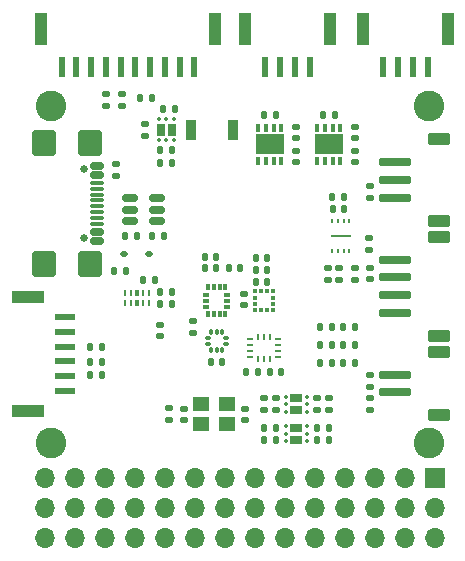
<source format=gbr>
%TF.GenerationSoftware,KiCad,Pcbnew,9.0.1*%
%TF.CreationDate,2025-04-15T01:41:33+09:00*%
%TF.ProjectId,STM32-FC_v2,53544d33-322d-4464-935f-76322e6b6963,rev?*%
%TF.SameCoordinates,Original*%
%TF.FileFunction,Soldermask,Top*%
%TF.FilePolarity,Negative*%
%FSLAX46Y46*%
G04 Gerber Fmt 4.6, Leading zero omitted, Abs format (unit mm)*
G04 Created by KiCad (PCBNEW 9.0.1) date 2025-04-15 01:41:33*
%MOMM*%
%LPD*%
G01*
G04 APERTURE LIST*
G04 Aperture macros list*
%AMRoundRect*
0 Rectangle with rounded corners*
0 $1 Rounding radius*
0 $2 $3 $4 $5 $6 $7 $8 $9 X,Y pos of 4 corners*
0 Add a 4 corners polygon primitive as box body*
4,1,4,$2,$3,$4,$5,$6,$7,$8,$9,$2,$3,0*
0 Add four circle primitives for the rounded corners*
1,1,$1+$1,$2,$3*
1,1,$1+$1,$4,$5*
1,1,$1+$1,$6,$7*
1,1,$1+$1,$8,$9*
0 Add four rect primitives between the rounded corners*
20,1,$1+$1,$2,$3,$4,$5,0*
20,1,$1+$1,$4,$5,$6,$7,0*
20,1,$1+$1,$6,$7,$8,$9,0*
20,1,$1+$1,$8,$9,$2,$3,0*%
G04 Aperture macros list end*
%ADD10RoundRect,0.135000X0.135000X0.185000X-0.135000X0.185000X-0.135000X-0.185000X0.135000X-0.185000X0*%
%ADD11RoundRect,0.135000X-0.185000X0.135000X-0.185000X-0.135000X0.185000X-0.135000X0.185000X0.135000X0*%
%ADD12RoundRect,0.087500X0.125000X0.087500X-0.125000X0.087500X-0.125000X-0.087500X0.125000X-0.087500X0*%
%ADD13RoundRect,0.087500X0.087500X0.125000X-0.087500X0.125000X-0.087500X-0.125000X0.087500X-0.125000X0*%
%ADD14RoundRect,0.135000X-0.135000X-0.185000X0.135000X-0.185000X0.135000X0.185000X-0.135000X0.185000X0*%
%ADD15RoundRect,0.135000X0.185000X-0.135000X0.185000X0.135000X-0.185000X0.135000X-0.185000X-0.135000X0*%
%ADD16R,0.300000X0.600000*%
%ADD17R,0.600000X0.300000*%
%ADD18RoundRect,0.147500X0.147500X0.172500X-0.147500X0.172500X-0.147500X-0.172500X0.147500X-0.172500X0*%
%ADD19RoundRect,0.030000X-0.070000X0.252500X-0.070000X-0.252500X0.070000X-0.252500X0.070000X0.252500X0*%
%ADD20RoundRect,0.060000X-0.140000X0.222500X-0.140000X-0.222500X0.140000X-0.222500X0.140000X0.222500X0*%
%ADD21R,2.800000X1.000000*%
%ADD22R,1.800000X0.600000*%
%ADD23R,0.304800X0.660400*%
%ADD24R,2.489200X1.701800*%
%ADD25C,2.600000*%
%ADD26RoundRect,0.140000X0.140000X0.170000X-0.140000X0.170000X-0.140000X-0.170000X0.140000X-0.170000X0*%
%ADD27RoundRect,0.140000X0.170000X-0.140000X0.170000X0.140000X-0.170000X0.140000X-0.170000X-0.140000X0*%
%ADD28RoundRect,0.140000X-0.140000X-0.170000X0.140000X-0.170000X0.140000X0.170000X-0.140000X0.170000X0*%
%ADD29R,0.254000X0.304800*%
%ADD30R,1.651000X0.254000*%
%ADD31RoundRect,0.140000X-0.170000X0.140000X-0.170000X-0.140000X0.170000X-0.140000X0.170000X0.140000X0*%
%ADD32RoundRect,0.150000X-0.512500X-0.150000X0.512500X-0.150000X0.512500X0.150000X-0.512500X0.150000X0*%
%ADD33RoundRect,0.075000X0.075000X0.100000X-0.075000X0.100000X-0.075000X-0.100000X0.075000X-0.100000X0*%
%ADD34RoundRect,0.180000X0.345000X0.180000X-0.345000X0.180000X-0.345000X-0.180000X0.345000X-0.180000X0*%
%ADD35RoundRect,0.175000X1.175000X-0.175000X1.175000X0.175000X-1.175000X0.175000X-1.175000X-0.175000X0*%
%ADD36RoundRect,0.250000X0.700000X-0.300000X0.700000X0.300000X-0.700000X0.300000X-0.700000X-0.300000X0*%
%ADD37R,1.000000X2.800000*%
%ADD38R,0.600000X1.800000*%
%ADD39RoundRect,0.075000X-0.100000X0.075000X-0.100000X-0.075000X0.100000X-0.075000X0.100000X0.075000X0*%
%ADD40RoundRect,0.180000X-0.180000X0.345000X-0.180000X-0.345000X0.180000X-0.345000X0.180000X0.345000X0*%
%ADD41R,0.400000X0.400000*%
%ADD42R,0.475000X0.250000*%
%ADD43R,0.250000X0.475000*%
%ADD44RoundRect,0.112500X0.187500X0.112500X-0.187500X0.112500X-0.187500X-0.112500X0.187500X-0.112500X0*%
%ADD45R,0.900000X1.800000*%
%ADD46R,1.400000X1.200000*%
%ADD47C,0.650000*%
%ADD48RoundRect,0.150000X-0.425000X0.150000X-0.425000X-0.150000X0.425000X-0.150000X0.425000X0.150000X0*%
%ADD49RoundRect,0.075000X-0.500000X0.075000X-0.500000X-0.075000X0.500000X-0.075000X0.500000X0.075000X0*%
%ADD50RoundRect,0.250000X-0.750000X0.840000X-0.750000X-0.840000X0.750000X-0.840000X0.750000X0.840000X0*%
%ADD51R,1.700000X1.700000*%
%ADD52O,1.700000X1.700000*%
G04 APERTURE END LIST*
D10*
%TO.C,R43*%
X127310000Y-97900000D03*
X126290000Y-97900000D03*
%TD*%
D11*
%TO.C,R9*%
X145500000Y-102240000D03*
X145500000Y-103260000D03*
%TD*%
D12*
%TO.C,U10*%
X137762500Y-97650000D03*
X137762500Y-97150000D03*
D13*
X137500000Y-96637500D03*
X137000000Y-96637500D03*
X136500000Y-96637500D03*
D12*
X136237500Y-97150000D03*
X136237500Y-97650000D03*
D13*
X136500000Y-98162500D03*
X137000000Y-98162500D03*
X137500000Y-98162500D03*
%TD*%
D10*
%TO.C,R15*%
X146510000Y-105750000D03*
X145490000Y-105750000D03*
%TD*%
%TO.C,R42*%
X127310000Y-99150000D03*
X126290000Y-99150000D03*
%TD*%
D14*
%TO.C,R41*%
X130490000Y-76800000D03*
X131510000Y-76800000D03*
%TD*%
%TO.C,R27*%
X146790000Y-85200000D03*
X147810000Y-85200000D03*
%TD*%
D15*
%TO.C,R23*%
X148700000Y-92210000D03*
X148700000Y-91190000D03*
%TD*%
D14*
%TO.C,R37*%
X130740000Y-92250000D03*
X131760000Y-92250000D03*
%TD*%
D16*
%TO.C,U8*%
X136250000Y-95150000D03*
X136750000Y-95150000D03*
X137250000Y-95150000D03*
X137750000Y-95150000D03*
D17*
X137900000Y-94500000D03*
X137900000Y-94000000D03*
X137900000Y-93500000D03*
D16*
X137750000Y-92850000D03*
X137250000Y-92850000D03*
X136750000Y-92850000D03*
X136250000Y-92850000D03*
D17*
X136100000Y-93500000D03*
X136100000Y-94000000D03*
X136100000Y-94500000D03*
%TD*%
D18*
%TO.C,D3*%
X146735000Y-97750000D03*
X145765000Y-97750000D03*
%TD*%
D19*
%TO.C,U11*%
X131250000Y-93332500D03*
X130750000Y-93332500D03*
D20*
X130250000Y-93332500D03*
D19*
X129750000Y-93332500D03*
X129250000Y-93332500D03*
X129250000Y-94167500D03*
X129750000Y-94167500D03*
D20*
X130250000Y-94167500D03*
D19*
X130750000Y-94167500D03*
X131250000Y-94167500D03*
%TD*%
D10*
%TO.C,R17*%
X142010000Y-105750000D03*
X140990000Y-105750000D03*
%TD*%
D21*
%TO.C,J10*%
X121000000Y-93650000D03*
X121000000Y-103350000D03*
D22*
X124200000Y-95375000D03*
X124200000Y-96625000D03*
X124200000Y-97875000D03*
X124200000Y-99125000D03*
X124200000Y-100375000D03*
X124200000Y-101625000D03*
%TD*%
D23*
%TO.C,U12*%
X140509400Y-82121600D03*
X141169800Y-82121600D03*
X141830200Y-82121600D03*
X142490600Y-82121600D03*
X142490600Y-79378400D03*
X141830200Y-79378400D03*
X141169800Y-79378400D03*
X140509400Y-79378400D03*
D24*
X141500000Y-80750000D03*
%TD*%
D25*
%TO.C,H1*%
X123000000Y-77500000D03*
%TD*%
%TO.C,H3*%
X123000000Y-106000000D03*
%TD*%
D18*
%TO.C,D4*%
X146735000Y-99250000D03*
X145765000Y-99250000D03*
%TD*%
D15*
%TO.C,R25*%
X146400000Y-92210000D03*
X146400000Y-91190000D03*
%TD*%
%TO.C,R12*%
X141000000Y-103260000D03*
X141000000Y-102240000D03*
%TD*%
%TO.C,R13*%
X128500000Y-83460000D03*
X128500000Y-82440000D03*
%TD*%
D26*
%TO.C,C20*%
X147780000Y-86200000D03*
X146820000Y-86200000D03*
%TD*%
D27*
%TO.C,C1*%
X139400000Y-104100000D03*
X139400000Y-103140000D03*
%TD*%
D28*
%TO.C,C29*%
X140320000Y-91400000D03*
X141280000Y-91400000D03*
%TD*%
D14*
%TO.C,R18*%
X145490000Y-104750000D03*
X146510000Y-104750000D03*
%TD*%
%TO.C,R5*%
X132490000Y-77750000D03*
X133510000Y-77750000D03*
%TD*%
D15*
%TO.C,R3*%
X133000000Y-104110000D03*
X133000000Y-103090000D03*
%TD*%
D25*
%TO.C,H4*%
X155000000Y-106000000D03*
%TD*%
D15*
%TO.C,R29*%
X150000000Y-103260000D03*
X150000000Y-102240000D03*
%TD*%
%TO.C,R30*%
X150000000Y-101260000D03*
X150000000Y-100240000D03*
%TD*%
D29*
%TO.C,U6*%
X148250189Y-87255400D03*
X147750063Y-87255400D03*
X147249937Y-87255400D03*
X146749811Y-87255400D03*
X146749811Y-89744600D03*
X147249937Y-89744600D03*
X147750063Y-89744600D03*
X148250189Y-89744600D03*
D30*
X147500000Y-88500000D03*
%TD*%
D14*
%TO.C,R7*%
X147740000Y-97750000D03*
X148760000Y-97750000D03*
%TD*%
%TO.C,R14*%
X129240000Y-88500000D03*
X130260000Y-88500000D03*
%TD*%
D15*
%TO.C,R24*%
X147400000Y-92210000D03*
X147400000Y-91190000D03*
%TD*%
D31*
%TO.C,C34*%
X148750000Y-81270000D03*
X148750000Y-82230000D03*
%TD*%
%TO.C,C5*%
X132200000Y-96020000D03*
X132200000Y-96980000D03*
%TD*%
D15*
%TO.C,R11*%
X146500000Y-103260000D03*
X146500000Y-102240000D03*
%TD*%
D32*
%TO.C,U2*%
X129662500Y-85325000D03*
X129662500Y-86275000D03*
X129662500Y-87225000D03*
X131937500Y-87225000D03*
X131937500Y-86275000D03*
X131937500Y-85325000D03*
%TD*%
D27*
%TO.C,C33*%
X143750000Y-80230000D03*
X143750000Y-79270000D03*
%TD*%
%TO.C,C31*%
X139300000Y-94380000D03*
X139300000Y-93420000D03*
%TD*%
D14*
%TO.C,R33*%
X132240000Y-82300000D03*
X133260000Y-82300000D03*
%TD*%
D15*
%TO.C,R26*%
X149900000Y-89710000D03*
X149900000Y-88690000D03*
%TD*%
%TO.C,R38*%
X127600000Y-77510000D03*
X127600000Y-76490000D03*
%TD*%
D28*
%TO.C,C27*%
X136520000Y-99200000D03*
X137480000Y-99200000D03*
%TD*%
D11*
%TO.C,R28*%
X135000000Y-95740000D03*
X135000000Y-96760000D03*
%TD*%
D33*
%TO.C,Q3*%
X144625000Y-105900000D03*
X144625000Y-105250000D03*
X144625000Y-104600000D03*
X142875000Y-104600000D03*
X142875000Y-105250000D03*
X142875000Y-105900000D03*
D34*
X143750000Y-105740000D03*
X143750000Y-104760000D03*
%TD*%
D35*
%TO.C,J5*%
X152100000Y-101750000D03*
X152100000Y-100250000D03*
D36*
X155800000Y-103700000D03*
X155800000Y-98300000D03*
%TD*%
D18*
%TO.C,D2*%
X146735000Y-96250000D03*
X145765000Y-96250000D03*
%TD*%
D37*
%TO.C,J9*%
X136850000Y-71000000D03*
X122150000Y-71000000D03*
D38*
X135125000Y-74200000D03*
X133875000Y-74200000D03*
X132625000Y-74200000D03*
X131375000Y-74200000D03*
X130125000Y-74200000D03*
X128875000Y-74200000D03*
X127625000Y-74200000D03*
X126375000Y-74200000D03*
X125125000Y-74200000D03*
X123875000Y-74200000D03*
%TD*%
D28*
%TO.C,C30*%
X140320000Y-90400000D03*
X141280000Y-90400000D03*
%TD*%
D15*
%TO.C,R39*%
X129000000Y-77510000D03*
X129000000Y-76490000D03*
%TD*%
D14*
%TO.C,R6*%
X147740000Y-96250000D03*
X148760000Y-96250000D03*
%TD*%
D31*
%TO.C,C35*%
X143750000Y-81270000D03*
X143750000Y-82230000D03*
%TD*%
D23*
%TO.C,U13*%
X145509400Y-82121600D03*
X146169800Y-82121600D03*
X146830200Y-82121600D03*
X147490600Y-82121600D03*
X147490600Y-79378400D03*
X146830200Y-79378400D03*
X146169800Y-79378400D03*
X145509400Y-79378400D03*
D24*
X146500000Y-80750000D03*
%TD*%
D39*
%TO.C,Q1*%
X133400000Y-78625000D03*
X132750000Y-78625000D03*
X132100000Y-78625000D03*
X132100000Y-80375000D03*
X132750000Y-80375000D03*
X133400000Y-80375000D03*
D40*
X133240000Y-79500000D03*
X132260000Y-79500000D03*
%TD*%
D26*
%TO.C,C25*%
X136980000Y-90250000D03*
X136020000Y-90250000D03*
%TD*%
D28*
%TO.C,C28*%
X140320000Y-92400000D03*
X141280000Y-92400000D03*
%TD*%
D14*
%TO.C,R48*%
X140990000Y-78250000D03*
X142010000Y-78250000D03*
%TD*%
D28*
%TO.C,C22*%
X139520000Y-100000000D03*
X140480000Y-100000000D03*
%TD*%
D15*
%TO.C,R36*%
X150000000Y-85260000D03*
X150000000Y-84240000D03*
%TD*%
D35*
%TO.C,J7*%
X152100000Y-95000000D03*
X152100000Y-93500000D03*
X152100000Y-92000000D03*
X152100000Y-90500000D03*
D36*
X155800000Y-96950000D03*
X155800000Y-88550000D03*
%TD*%
D41*
%TO.C,U9*%
X140250000Y-94800000D03*
X140750000Y-94800000D03*
X141250000Y-94800000D03*
X141750000Y-94800000D03*
X141750000Y-94250000D03*
X141750000Y-93750000D03*
X141750000Y-93200000D03*
X141250000Y-93200000D03*
X140750000Y-93200000D03*
X140250000Y-93200000D03*
X140250000Y-93750000D03*
X140250000Y-94250000D03*
%TD*%
D27*
%TO.C,C4*%
X134200000Y-104080000D03*
X134200000Y-103120000D03*
%TD*%
D33*
%TO.C,Q2*%
X144625000Y-103400000D03*
X144625000Y-102750000D03*
X144625000Y-102100000D03*
X142875000Y-102100000D03*
X142875000Y-102750000D03*
X142875000Y-103400000D03*
D34*
X143750000Y-103240000D03*
X143750000Y-102260000D03*
%TD*%
D10*
%TO.C,R34*%
X133250000Y-81250000D03*
X132230000Y-81250000D03*
%TD*%
D42*
%TO.C,U7*%
X139837000Y-97250000D03*
X139837000Y-97750000D03*
X139837000Y-98250000D03*
X139837000Y-98750000D03*
D43*
X140500000Y-98913000D03*
X141000000Y-98913000D03*
X141500000Y-98913000D03*
D42*
X142163000Y-98750000D03*
X142163000Y-98250000D03*
X142163000Y-97750000D03*
X142163000Y-97250000D03*
D43*
X141500000Y-97087000D03*
X141000000Y-97087000D03*
X140500000Y-97087000D03*
%TD*%
D44*
%TO.C,D5*%
X131300000Y-90000000D03*
X129200000Y-90000000D03*
%TD*%
D14*
%TO.C,R8*%
X147740000Y-99250000D03*
X148760000Y-99250000D03*
%TD*%
D27*
%TO.C,C21*%
X150000000Y-92180000D03*
X150000000Y-91220000D03*
%TD*%
%TO.C,C32*%
X148750000Y-80230000D03*
X148750000Y-79270000D03*
%TD*%
D28*
%TO.C,C24*%
X141520000Y-100000000D03*
X142480000Y-100000000D03*
%TD*%
D10*
%TO.C,R19*%
X132510000Y-88500000D03*
X131490000Y-88500000D03*
%TD*%
D45*
%TO.C,BZ1*%
X138370000Y-79500000D03*
X134870000Y-79500000D03*
%TD*%
D14*
%TO.C,R31*%
X132240000Y-93250000D03*
X133260000Y-93250000D03*
%TD*%
D37*
%TO.C,J15*%
X156600000Y-71000000D03*
X149400000Y-71000000D03*
D38*
X154875000Y-74200000D03*
X153625000Y-74200000D03*
X152375000Y-74200000D03*
X151125000Y-74200000D03*
%TD*%
D14*
%TO.C,R49*%
X145990000Y-78250000D03*
X147010000Y-78250000D03*
%TD*%
D35*
%TO.C,J8*%
X152100000Y-85250000D03*
X152100000Y-83750000D03*
X152100000Y-82250000D03*
D36*
X155800000Y-87200000D03*
X155800000Y-80300000D03*
%TD*%
D46*
%TO.C,Y1*%
X137900000Y-102750000D03*
X135700000Y-102750000D03*
X135700000Y-104450000D03*
X137900000Y-104450000D03*
%TD*%
D28*
%TO.C,C26*%
X138020000Y-91250000D03*
X138980000Y-91250000D03*
%TD*%
D10*
%TO.C,R40*%
X127310000Y-100300000D03*
X126290000Y-100300000D03*
%TD*%
D25*
%TO.C,H2*%
X155000000Y-77500000D03*
%TD*%
D47*
%TO.C,J2*%
X125810000Y-82860000D03*
X125810000Y-88640000D03*
D48*
X126885000Y-82550000D03*
X126885000Y-83350000D03*
D49*
X126885000Y-84500000D03*
X126885000Y-85500000D03*
X126885000Y-86000000D03*
X126885000Y-87000000D03*
D48*
X126885000Y-88150000D03*
X126885000Y-88950000D03*
X126885000Y-88950000D03*
X126885000Y-88150000D03*
D49*
X126885000Y-87500000D03*
X126885000Y-86500000D03*
X126885000Y-85000000D03*
X126885000Y-84000000D03*
D48*
X126885000Y-83350000D03*
X126885000Y-82550000D03*
D50*
X126310000Y-80640000D03*
X122380000Y-80640000D03*
X126310000Y-90860000D03*
X122380000Y-90860000D03*
%TD*%
D37*
%TO.C,J14*%
X146600000Y-71000000D03*
X139400000Y-71000000D03*
D38*
X144875000Y-74200000D03*
X143625000Y-74200000D03*
X142375000Y-74200000D03*
X141125000Y-74200000D03*
%TD*%
D14*
%TO.C,R32*%
X132240000Y-94250000D03*
X133260000Y-94250000D03*
%TD*%
D26*
%TO.C,C23*%
X136980000Y-91250000D03*
X136020000Y-91250000D03*
%TD*%
D11*
%TO.C,R10*%
X142000000Y-102240000D03*
X142000000Y-103260000D03*
%TD*%
D15*
%TO.C,R35*%
X130900000Y-80010000D03*
X130900000Y-78990000D03*
%TD*%
D10*
%TO.C,R1*%
X129310000Y-91500000D03*
X128290000Y-91500000D03*
%TD*%
D14*
%TO.C,R16*%
X140990000Y-104750000D03*
X142010000Y-104750000D03*
%TD*%
D51*
%TO.C,J6*%
X155510000Y-108960000D03*
D52*
X152970000Y-108960000D03*
X150430000Y-108960000D03*
X147890000Y-108960000D03*
X145350000Y-108960000D03*
X142810000Y-108960000D03*
X140270000Y-108960000D03*
X137730000Y-108960000D03*
X135190000Y-108960000D03*
X132650000Y-108960000D03*
X130110000Y-108960000D03*
X127570000Y-108960000D03*
X125030000Y-108960000D03*
X122490000Y-108960000D03*
X155510000Y-111500000D03*
X152970000Y-111500000D03*
X150430000Y-111500000D03*
X147890000Y-111500000D03*
X145350000Y-111500000D03*
X142810000Y-111500000D03*
X140270000Y-111500000D03*
X137730000Y-111500000D03*
X135190000Y-111500000D03*
X132650000Y-111500000D03*
X130110000Y-111500000D03*
X127570000Y-111500000D03*
X125030000Y-111500000D03*
X122490000Y-111500000D03*
X155510000Y-114040000D03*
X152970000Y-114040000D03*
X150430000Y-114040000D03*
X147890000Y-114040000D03*
X145350000Y-114040000D03*
X142810000Y-114040000D03*
X140270000Y-114040000D03*
X137730000Y-114040000D03*
X135190000Y-114040000D03*
X132650000Y-114040000D03*
X130110000Y-114040000D03*
X127570000Y-114040000D03*
X125030000Y-114040000D03*
X122490000Y-114040000D03*
%TD*%
M02*

</source>
